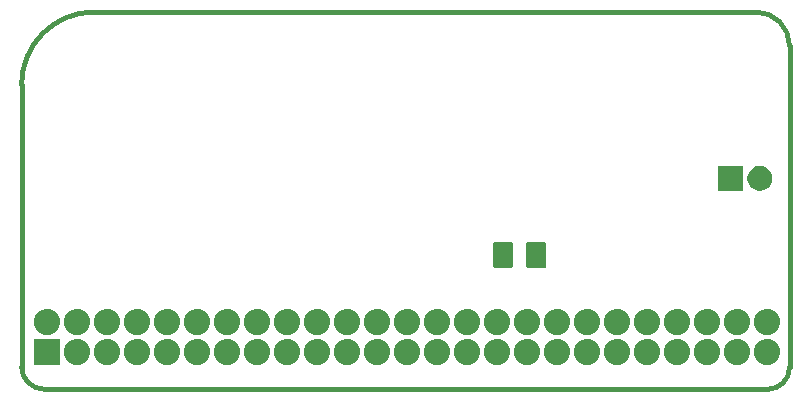
<source format=gbs>
G04 #@! TF.GenerationSoftware,KiCad,Pcbnew,5.0.2+dfsg1-1*
G04 #@! TF.CreationDate,2021-03-03T18:09:01+01:00*
G04 #@! TF.ProjectId,nova,6e6f7661-2e6b-4696-9361-645f70636258,2020*
G04 #@! TF.SameCoordinates,Original*
G04 #@! TF.FileFunction,Soldermask,Bot*
G04 #@! TF.FilePolarity,Negative*
%FSLAX46Y46*%
G04 Gerber Fmt 4.6, Leading zero omitted, Abs format (unit mm)*
G04 Created by KiCad (PCBNEW 5.0.2+dfsg1-1) date mer. 03 mars 2021 18:09:01 CET*
%MOMM*%
%LPD*%
G01*
G04 APERTURE LIST*
%ADD10C,0.381000*%
%ADD11C,0.150000*%
G04 APERTURE END LIST*
D10*
X112014000Y-68262500D02*
G75*
G02X110172500Y-70104000I-1841500J0D01*
G01*
X48895000Y-70104000D02*
G75*
G02X46990000Y-68199000I0J1905000D01*
G01*
X109156500Y-38163500D02*
G75*
G02X112014000Y-41021000I0J-2857500D01*
G01*
X46990000Y-44323000D02*
G75*
G02X53149500Y-38163500I6159500J0D01*
G01*
X110172500Y-70104000D02*
X48895000Y-70104000D01*
X112014000Y-41021000D02*
X112014000Y-68262500D01*
X53149500Y-38163500D02*
X109156500Y-38163500D01*
X46990000Y-68199000D02*
X46990000Y-44323000D01*
D11*
G36*
X50253000Y-68033000D02*
X48045000Y-68033000D01*
X48045000Y-65825000D01*
X50253000Y-65825000D01*
X50253000Y-68033000D01*
X50253000Y-68033000D01*
G37*
G36*
X79845423Y-65840974D02*
X80053526Y-65904102D01*
X80245313Y-66006614D01*
X80413423Y-66144577D01*
X80551386Y-66312687D01*
X80653898Y-66504474D01*
X80717026Y-66712577D01*
X80738341Y-66929000D01*
X80717026Y-67145423D01*
X80653898Y-67353526D01*
X80551386Y-67545313D01*
X80413423Y-67713423D01*
X80245313Y-67851386D01*
X80053526Y-67953898D01*
X79845423Y-68017026D01*
X79683231Y-68033000D01*
X79574769Y-68033000D01*
X79412577Y-68017026D01*
X79204474Y-67953898D01*
X79012687Y-67851386D01*
X78844577Y-67713423D01*
X78706614Y-67545313D01*
X78604102Y-67353526D01*
X78540974Y-67145423D01*
X78519659Y-66929000D01*
X78540974Y-66712577D01*
X78604102Y-66504474D01*
X78706614Y-66312687D01*
X78844577Y-66144577D01*
X79012687Y-66006614D01*
X79204474Y-65904102D01*
X79412577Y-65840974D01*
X79574769Y-65825000D01*
X79683231Y-65825000D01*
X79845423Y-65840974D01*
X79845423Y-65840974D01*
G37*
G36*
X110325423Y-65840974D02*
X110533526Y-65904102D01*
X110725313Y-66006614D01*
X110893423Y-66144577D01*
X111031386Y-66312687D01*
X111133898Y-66504474D01*
X111197026Y-66712577D01*
X111218341Y-66929000D01*
X111197026Y-67145423D01*
X111133898Y-67353526D01*
X111031386Y-67545313D01*
X110893423Y-67713423D01*
X110725313Y-67851386D01*
X110533526Y-67953898D01*
X110325423Y-68017026D01*
X110163231Y-68033000D01*
X110054769Y-68033000D01*
X109892577Y-68017026D01*
X109684474Y-67953898D01*
X109492687Y-67851386D01*
X109324577Y-67713423D01*
X109186614Y-67545313D01*
X109084102Y-67353526D01*
X109020974Y-67145423D01*
X108999659Y-66929000D01*
X109020974Y-66712577D01*
X109084102Y-66504474D01*
X109186614Y-66312687D01*
X109324577Y-66144577D01*
X109492687Y-66006614D01*
X109684474Y-65904102D01*
X109892577Y-65840974D01*
X110054769Y-65825000D01*
X110163231Y-65825000D01*
X110325423Y-65840974D01*
X110325423Y-65840974D01*
G37*
G36*
X105245423Y-65840974D02*
X105453526Y-65904102D01*
X105645313Y-66006614D01*
X105813423Y-66144577D01*
X105951386Y-66312687D01*
X106053898Y-66504474D01*
X106117026Y-66712577D01*
X106138341Y-66929000D01*
X106117026Y-67145423D01*
X106053898Y-67353526D01*
X105951386Y-67545313D01*
X105813423Y-67713423D01*
X105645313Y-67851386D01*
X105453526Y-67953898D01*
X105245423Y-68017026D01*
X105083231Y-68033000D01*
X104974769Y-68033000D01*
X104812577Y-68017026D01*
X104604474Y-67953898D01*
X104412687Y-67851386D01*
X104244577Y-67713423D01*
X104106614Y-67545313D01*
X104004102Y-67353526D01*
X103940974Y-67145423D01*
X103919659Y-66929000D01*
X103940974Y-66712577D01*
X104004102Y-66504474D01*
X104106614Y-66312687D01*
X104244577Y-66144577D01*
X104412687Y-66006614D01*
X104604474Y-65904102D01*
X104812577Y-65840974D01*
X104974769Y-65825000D01*
X105083231Y-65825000D01*
X105245423Y-65840974D01*
X105245423Y-65840974D01*
G37*
G36*
X102705423Y-65840974D02*
X102913526Y-65904102D01*
X103105313Y-66006614D01*
X103273423Y-66144577D01*
X103411386Y-66312687D01*
X103513898Y-66504474D01*
X103577026Y-66712577D01*
X103598341Y-66929000D01*
X103577026Y-67145423D01*
X103513898Y-67353526D01*
X103411386Y-67545313D01*
X103273423Y-67713423D01*
X103105313Y-67851386D01*
X102913526Y-67953898D01*
X102705423Y-68017026D01*
X102543231Y-68033000D01*
X102434769Y-68033000D01*
X102272577Y-68017026D01*
X102064474Y-67953898D01*
X101872687Y-67851386D01*
X101704577Y-67713423D01*
X101566614Y-67545313D01*
X101464102Y-67353526D01*
X101400974Y-67145423D01*
X101379659Y-66929000D01*
X101400974Y-66712577D01*
X101464102Y-66504474D01*
X101566614Y-66312687D01*
X101704577Y-66144577D01*
X101872687Y-66006614D01*
X102064474Y-65904102D01*
X102272577Y-65840974D01*
X102434769Y-65825000D01*
X102543231Y-65825000D01*
X102705423Y-65840974D01*
X102705423Y-65840974D01*
G37*
G36*
X100165423Y-65840974D02*
X100373526Y-65904102D01*
X100565313Y-66006614D01*
X100733423Y-66144577D01*
X100871386Y-66312687D01*
X100973898Y-66504474D01*
X101037026Y-66712577D01*
X101058341Y-66929000D01*
X101037026Y-67145423D01*
X100973898Y-67353526D01*
X100871386Y-67545313D01*
X100733423Y-67713423D01*
X100565313Y-67851386D01*
X100373526Y-67953898D01*
X100165423Y-68017026D01*
X100003231Y-68033000D01*
X99894769Y-68033000D01*
X99732577Y-68017026D01*
X99524474Y-67953898D01*
X99332687Y-67851386D01*
X99164577Y-67713423D01*
X99026614Y-67545313D01*
X98924102Y-67353526D01*
X98860974Y-67145423D01*
X98839659Y-66929000D01*
X98860974Y-66712577D01*
X98924102Y-66504474D01*
X99026614Y-66312687D01*
X99164577Y-66144577D01*
X99332687Y-66006614D01*
X99524474Y-65904102D01*
X99732577Y-65840974D01*
X99894769Y-65825000D01*
X100003231Y-65825000D01*
X100165423Y-65840974D01*
X100165423Y-65840974D01*
G37*
G36*
X97625423Y-65840974D02*
X97833526Y-65904102D01*
X98025313Y-66006614D01*
X98193423Y-66144577D01*
X98331386Y-66312687D01*
X98433898Y-66504474D01*
X98497026Y-66712577D01*
X98518341Y-66929000D01*
X98497026Y-67145423D01*
X98433898Y-67353526D01*
X98331386Y-67545313D01*
X98193423Y-67713423D01*
X98025313Y-67851386D01*
X97833526Y-67953898D01*
X97625423Y-68017026D01*
X97463231Y-68033000D01*
X97354769Y-68033000D01*
X97192577Y-68017026D01*
X96984474Y-67953898D01*
X96792687Y-67851386D01*
X96624577Y-67713423D01*
X96486614Y-67545313D01*
X96384102Y-67353526D01*
X96320974Y-67145423D01*
X96299659Y-66929000D01*
X96320974Y-66712577D01*
X96384102Y-66504474D01*
X96486614Y-66312687D01*
X96624577Y-66144577D01*
X96792687Y-66006614D01*
X96984474Y-65904102D01*
X97192577Y-65840974D01*
X97354769Y-65825000D01*
X97463231Y-65825000D01*
X97625423Y-65840974D01*
X97625423Y-65840974D01*
G37*
G36*
X95085423Y-65840974D02*
X95293526Y-65904102D01*
X95485313Y-66006614D01*
X95653423Y-66144577D01*
X95791386Y-66312687D01*
X95893898Y-66504474D01*
X95957026Y-66712577D01*
X95978341Y-66929000D01*
X95957026Y-67145423D01*
X95893898Y-67353526D01*
X95791386Y-67545313D01*
X95653423Y-67713423D01*
X95485313Y-67851386D01*
X95293526Y-67953898D01*
X95085423Y-68017026D01*
X94923231Y-68033000D01*
X94814769Y-68033000D01*
X94652577Y-68017026D01*
X94444474Y-67953898D01*
X94252687Y-67851386D01*
X94084577Y-67713423D01*
X93946614Y-67545313D01*
X93844102Y-67353526D01*
X93780974Y-67145423D01*
X93759659Y-66929000D01*
X93780974Y-66712577D01*
X93844102Y-66504474D01*
X93946614Y-66312687D01*
X94084577Y-66144577D01*
X94252687Y-66006614D01*
X94444474Y-65904102D01*
X94652577Y-65840974D01*
X94814769Y-65825000D01*
X94923231Y-65825000D01*
X95085423Y-65840974D01*
X95085423Y-65840974D01*
G37*
G36*
X92545423Y-65840974D02*
X92753526Y-65904102D01*
X92945313Y-66006614D01*
X93113423Y-66144577D01*
X93251386Y-66312687D01*
X93353898Y-66504474D01*
X93417026Y-66712577D01*
X93438341Y-66929000D01*
X93417026Y-67145423D01*
X93353898Y-67353526D01*
X93251386Y-67545313D01*
X93113423Y-67713423D01*
X92945313Y-67851386D01*
X92753526Y-67953898D01*
X92545423Y-68017026D01*
X92383231Y-68033000D01*
X92274769Y-68033000D01*
X92112577Y-68017026D01*
X91904474Y-67953898D01*
X91712687Y-67851386D01*
X91544577Y-67713423D01*
X91406614Y-67545313D01*
X91304102Y-67353526D01*
X91240974Y-67145423D01*
X91219659Y-66929000D01*
X91240974Y-66712577D01*
X91304102Y-66504474D01*
X91406614Y-66312687D01*
X91544577Y-66144577D01*
X91712687Y-66006614D01*
X91904474Y-65904102D01*
X92112577Y-65840974D01*
X92274769Y-65825000D01*
X92383231Y-65825000D01*
X92545423Y-65840974D01*
X92545423Y-65840974D01*
G37*
G36*
X90005423Y-65840974D02*
X90213526Y-65904102D01*
X90405313Y-66006614D01*
X90573423Y-66144577D01*
X90711386Y-66312687D01*
X90813898Y-66504474D01*
X90877026Y-66712577D01*
X90898341Y-66929000D01*
X90877026Y-67145423D01*
X90813898Y-67353526D01*
X90711386Y-67545313D01*
X90573423Y-67713423D01*
X90405313Y-67851386D01*
X90213526Y-67953898D01*
X90005423Y-68017026D01*
X89843231Y-68033000D01*
X89734769Y-68033000D01*
X89572577Y-68017026D01*
X89364474Y-67953898D01*
X89172687Y-67851386D01*
X89004577Y-67713423D01*
X88866614Y-67545313D01*
X88764102Y-67353526D01*
X88700974Y-67145423D01*
X88679659Y-66929000D01*
X88700974Y-66712577D01*
X88764102Y-66504474D01*
X88866614Y-66312687D01*
X89004577Y-66144577D01*
X89172687Y-66006614D01*
X89364474Y-65904102D01*
X89572577Y-65840974D01*
X89734769Y-65825000D01*
X89843231Y-65825000D01*
X90005423Y-65840974D01*
X90005423Y-65840974D01*
G37*
G36*
X87465423Y-65840974D02*
X87673526Y-65904102D01*
X87865313Y-66006614D01*
X88033423Y-66144577D01*
X88171386Y-66312687D01*
X88273898Y-66504474D01*
X88337026Y-66712577D01*
X88358341Y-66929000D01*
X88337026Y-67145423D01*
X88273898Y-67353526D01*
X88171386Y-67545313D01*
X88033423Y-67713423D01*
X87865313Y-67851386D01*
X87673526Y-67953898D01*
X87465423Y-68017026D01*
X87303231Y-68033000D01*
X87194769Y-68033000D01*
X87032577Y-68017026D01*
X86824474Y-67953898D01*
X86632687Y-67851386D01*
X86464577Y-67713423D01*
X86326614Y-67545313D01*
X86224102Y-67353526D01*
X86160974Y-67145423D01*
X86139659Y-66929000D01*
X86160974Y-66712577D01*
X86224102Y-66504474D01*
X86326614Y-66312687D01*
X86464577Y-66144577D01*
X86632687Y-66006614D01*
X86824474Y-65904102D01*
X87032577Y-65840974D01*
X87194769Y-65825000D01*
X87303231Y-65825000D01*
X87465423Y-65840974D01*
X87465423Y-65840974D01*
G37*
G36*
X84925423Y-65840974D02*
X85133526Y-65904102D01*
X85325313Y-66006614D01*
X85493423Y-66144577D01*
X85631386Y-66312687D01*
X85733898Y-66504474D01*
X85797026Y-66712577D01*
X85818341Y-66929000D01*
X85797026Y-67145423D01*
X85733898Y-67353526D01*
X85631386Y-67545313D01*
X85493423Y-67713423D01*
X85325313Y-67851386D01*
X85133526Y-67953898D01*
X84925423Y-68017026D01*
X84763231Y-68033000D01*
X84654769Y-68033000D01*
X84492577Y-68017026D01*
X84284474Y-67953898D01*
X84092687Y-67851386D01*
X83924577Y-67713423D01*
X83786614Y-67545313D01*
X83684102Y-67353526D01*
X83620974Y-67145423D01*
X83599659Y-66929000D01*
X83620974Y-66712577D01*
X83684102Y-66504474D01*
X83786614Y-66312687D01*
X83924577Y-66144577D01*
X84092687Y-66006614D01*
X84284474Y-65904102D01*
X84492577Y-65840974D01*
X84654769Y-65825000D01*
X84763231Y-65825000D01*
X84925423Y-65840974D01*
X84925423Y-65840974D01*
G37*
G36*
X82385423Y-65840974D02*
X82593526Y-65904102D01*
X82785313Y-66006614D01*
X82953423Y-66144577D01*
X83091386Y-66312687D01*
X83193898Y-66504474D01*
X83257026Y-66712577D01*
X83278341Y-66929000D01*
X83257026Y-67145423D01*
X83193898Y-67353526D01*
X83091386Y-67545313D01*
X82953423Y-67713423D01*
X82785313Y-67851386D01*
X82593526Y-67953898D01*
X82385423Y-68017026D01*
X82223231Y-68033000D01*
X82114769Y-68033000D01*
X81952577Y-68017026D01*
X81744474Y-67953898D01*
X81552687Y-67851386D01*
X81384577Y-67713423D01*
X81246614Y-67545313D01*
X81144102Y-67353526D01*
X81080974Y-67145423D01*
X81059659Y-66929000D01*
X81080974Y-66712577D01*
X81144102Y-66504474D01*
X81246614Y-66312687D01*
X81384577Y-66144577D01*
X81552687Y-66006614D01*
X81744474Y-65904102D01*
X81952577Y-65840974D01*
X82114769Y-65825000D01*
X82223231Y-65825000D01*
X82385423Y-65840974D01*
X82385423Y-65840974D01*
G37*
G36*
X77305423Y-65840974D02*
X77513526Y-65904102D01*
X77705313Y-66006614D01*
X77873423Y-66144577D01*
X78011386Y-66312687D01*
X78113898Y-66504474D01*
X78177026Y-66712577D01*
X78198341Y-66929000D01*
X78177026Y-67145423D01*
X78113898Y-67353526D01*
X78011386Y-67545313D01*
X77873423Y-67713423D01*
X77705313Y-67851386D01*
X77513526Y-67953898D01*
X77305423Y-68017026D01*
X77143231Y-68033000D01*
X77034769Y-68033000D01*
X76872577Y-68017026D01*
X76664474Y-67953898D01*
X76472687Y-67851386D01*
X76304577Y-67713423D01*
X76166614Y-67545313D01*
X76064102Y-67353526D01*
X76000974Y-67145423D01*
X75979659Y-66929000D01*
X76000974Y-66712577D01*
X76064102Y-66504474D01*
X76166614Y-66312687D01*
X76304577Y-66144577D01*
X76472687Y-66006614D01*
X76664474Y-65904102D01*
X76872577Y-65840974D01*
X77034769Y-65825000D01*
X77143231Y-65825000D01*
X77305423Y-65840974D01*
X77305423Y-65840974D01*
G37*
G36*
X107785423Y-65840974D02*
X107993526Y-65904102D01*
X108185313Y-66006614D01*
X108353423Y-66144577D01*
X108491386Y-66312687D01*
X108593898Y-66504474D01*
X108657026Y-66712577D01*
X108678341Y-66929000D01*
X108657026Y-67145423D01*
X108593898Y-67353526D01*
X108491386Y-67545313D01*
X108353423Y-67713423D01*
X108185313Y-67851386D01*
X107993526Y-67953898D01*
X107785423Y-68017026D01*
X107623231Y-68033000D01*
X107514769Y-68033000D01*
X107352577Y-68017026D01*
X107144474Y-67953898D01*
X106952687Y-67851386D01*
X106784577Y-67713423D01*
X106646614Y-67545313D01*
X106544102Y-67353526D01*
X106480974Y-67145423D01*
X106459659Y-66929000D01*
X106480974Y-66712577D01*
X106544102Y-66504474D01*
X106646614Y-66312687D01*
X106784577Y-66144577D01*
X106952687Y-66006614D01*
X107144474Y-65904102D01*
X107352577Y-65840974D01*
X107514769Y-65825000D01*
X107623231Y-65825000D01*
X107785423Y-65840974D01*
X107785423Y-65840974D01*
G37*
G36*
X51905423Y-65840974D02*
X52113526Y-65904102D01*
X52305313Y-66006614D01*
X52473423Y-66144577D01*
X52611386Y-66312687D01*
X52713898Y-66504474D01*
X52777026Y-66712577D01*
X52798341Y-66929000D01*
X52777026Y-67145423D01*
X52713898Y-67353526D01*
X52611386Y-67545313D01*
X52473423Y-67713423D01*
X52305313Y-67851386D01*
X52113526Y-67953898D01*
X51905423Y-68017026D01*
X51743231Y-68033000D01*
X51634769Y-68033000D01*
X51472577Y-68017026D01*
X51264474Y-67953898D01*
X51072687Y-67851386D01*
X50904577Y-67713423D01*
X50766614Y-67545313D01*
X50664102Y-67353526D01*
X50600974Y-67145423D01*
X50579659Y-66929000D01*
X50600974Y-66712577D01*
X50664102Y-66504474D01*
X50766614Y-66312687D01*
X50904577Y-66144577D01*
X51072687Y-66006614D01*
X51264474Y-65904102D01*
X51472577Y-65840974D01*
X51634769Y-65825000D01*
X51743231Y-65825000D01*
X51905423Y-65840974D01*
X51905423Y-65840974D01*
G37*
G36*
X54445423Y-65840974D02*
X54653526Y-65904102D01*
X54845313Y-66006614D01*
X55013423Y-66144577D01*
X55151386Y-66312687D01*
X55253898Y-66504474D01*
X55317026Y-66712577D01*
X55338341Y-66929000D01*
X55317026Y-67145423D01*
X55253898Y-67353526D01*
X55151386Y-67545313D01*
X55013423Y-67713423D01*
X54845313Y-67851386D01*
X54653526Y-67953898D01*
X54445423Y-68017026D01*
X54283231Y-68033000D01*
X54174769Y-68033000D01*
X54012577Y-68017026D01*
X53804474Y-67953898D01*
X53612687Y-67851386D01*
X53444577Y-67713423D01*
X53306614Y-67545313D01*
X53204102Y-67353526D01*
X53140974Y-67145423D01*
X53119659Y-66929000D01*
X53140974Y-66712577D01*
X53204102Y-66504474D01*
X53306614Y-66312687D01*
X53444577Y-66144577D01*
X53612687Y-66006614D01*
X53804474Y-65904102D01*
X54012577Y-65840974D01*
X54174769Y-65825000D01*
X54283231Y-65825000D01*
X54445423Y-65840974D01*
X54445423Y-65840974D01*
G37*
G36*
X56985423Y-65840974D02*
X57193526Y-65904102D01*
X57385313Y-66006614D01*
X57553423Y-66144577D01*
X57691386Y-66312687D01*
X57793898Y-66504474D01*
X57857026Y-66712577D01*
X57878341Y-66929000D01*
X57857026Y-67145423D01*
X57793898Y-67353526D01*
X57691386Y-67545313D01*
X57553423Y-67713423D01*
X57385313Y-67851386D01*
X57193526Y-67953898D01*
X56985423Y-68017026D01*
X56823231Y-68033000D01*
X56714769Y-68033000D01*
X56552577Y-68017026D01*
X56344474Y-67953898D01*
X56152687Y-67851386D01*
X55984577Y-67713423D01*
X55846614Y-67545313D01*
X55744102Y-67353526D01*
X55680974Y-67145423D01*
X55659659Y-66929000D01*
X55680974Y-66712577D01*
X55744102Y-66504474D01*
X55846614Y-66312687D01*
X55984577Y-66144577D01*
X56152687Y-66006614D01*
X56344474Y-65904102D01*
X56552577Y-65840974D01*
X56714769Y-65825000D01*
X56823231Y-65825000D01*
X56985423Y-65840974D01*
X56985423Y-65840974D01*
G37*
G36*
X59525423Y-65840974D02*
X59733526Y-65904102D01*
X59925313Y-66006614D01*
X60093423Y-66144577D01*
X60231386Y-66312687D01*
X60333898Y-66504474D01*
X60397026Y-66712577D01*
X60418341Y-66929000D01*
X60397026Y-67145423D01*
X60333898Y-67353526D01*
X60231386Y-67545313D01*
X60093423Y-67713423D01*
X59925313Y-67851386D01*
X59733526Y-67953898D01*
X59525423Y-68017026D01*
X59363231Y-68033000D01*
X59254769Y-68033000D01*
X59092577Y-68017026D01*
X58884474Y-67953898D01*
X58692687Y-67851386D01*
X58524577Y-67713423D01*
X58386614Y-67545313D01*
X58284102Y-67353526D01*
X58220974Y-67145423D01*
X58199659Y-66929000D01*
X58220974Y-66712577D01*
X58284102Y-66504474D01*
X58386614Y-66312687D01*
X58524577Y-66144577D01*
X58692687Y-66006614D01*
X58884474Y-65904102D01*
X59092577Y-65840974D01*
X59254769Y-65825000D01*
X59363231Y-65825000D01*
X59525423Y-65840974D01*
X59525423Y-65840974D01*
G37*
G36*
X62065423Y-65840974D02*
X62273526Y-65904102D01*
X62465313Y-66006614D01*
X62633423Y-66144577D01*
X62771386Y-66312687D01*
X62873898Y-66504474D01*
X62937026Y-66712577D01*
X62958341Y-66929000D01*
X62937026Y-67145423D01*
X62873898Y-67353526D01*
X62771386Y-67545313D01*
X62633423Y-67713423D01*
X62465313Y-67851386D01*
X62273526Y-67953898D01*
X62065423Y-68017026D01*
X61903231Y-68033000D01*
X61794769Y-68033000D01*
X61632577Y-68017026D01*
X61424474Y-67953898D01*
X61232687Y-67851386D01*
X61064577Y-67713423D01*
X60926614Y-67545313D01*
X60824102Y-67353526D01*
X60760974Y-67145423D01*
X60739659Y-66929000D01*
X60760974Y-66712577D01*
X60824102Y-66504474D01*
X60926614Y-66312687D01*
X61064577Y-66144577D01*
X61232687Y-66006614D01*
X61424474Y-65904102D01*
X61632577Y-65840974D01*
X61794769Y-65825000D01*
X61903231Y-65825000D01*
X62065423Y-65840974D01*
X62065423Y-65840974D01*
G37*
G36*
X64605423Y-65840974D02*
X64813526Y-65904102D01*
X65005313Y-66006614D01*
X65173423Y-66144577D01*
X65311386Y-66312687D01*
X65413898Y-66504474D01*
X65477026Y-66712577D01*
X65498341Y-66929000D01*
X65477026Y-67145423D01*
X65413898Y-67353526D01*
X65311386Y-67545313D01*
X65173423Y-67713423D01*
X65005313Y-67851386D01*
X64813526Y-67953898D01*
X64605423Y-68017026D01*
X64443231Y-68033000D01*
X64334769Y-68033000D01*
X64172577Y-68017026D01*
X63964474Y-67953898D01*
X63772687Y-67851386D01*
X63604577Y-67713423D01*
X63466614Y-67545313D01*
X63364102Y-67353526D01*
X63300974Y-67145423D01*
X63279659Y-66929000D01*
X63300974Y-66712577D01*
X63364102Y-66504474D01*
X63466614Y-66312687D01*
X63604577Y-66144577D01*
X63772687Y-66006614D01*
X63964474Y-65904102D01*
X64172577Y-65840974D01*
X64334769Y-65825000D01*
X64443231Y-65825000D01*
X64605423Y-65840974D01*
X64605423Y-65840974D01*
G37*
G36*
X67145423Y-65840974D02*
X67353526Y-65904102D01*
X67545313Y-66006614D01*
X67713423Y-66144577D01*
X67851386Y-66312687D01*
X67953898Y-66504474D01*
X68017026Y-66712577D01*
X68038341Y-66929000D01*
X68017026Y-67145423D01*
X67953898Y-67353526D01*
X67851386Y-67545313D01*
X67713423Y-67713423D01*
X67545313Y-67851386D01*
X67353526Y-67953898D01*
X67145423Y-68017026D01*
X66983231Y-68033000D01*
X66874769Y-68033000D01*
X66712577Y-68017026D01*
X66504474Y-67953898D01*
X66312687Y-67851386D01*
X66144577Y-67713423D01*
X66006614Y-67545313D01*
X65904102Y-67353526D01*
X65840974Y-67145423D01*
X65819659Y-66929000D01*
X65840974Y-66712577D01*
X65904102Y-66504474D01*
X66006614Y-66312687D01*
X66144577Y-66144577D01*
X66312687Y-66006614D01*
X66504474Y-65904102D01*
X66712577Y-65840974D01*
X66874769Y-65825000D01*
X66983231Y-65825000D01*
X67145423Y-65840974D01*
X67145423Y-65840974D01*
G37*
G36*
X69685423Y-65840974D02*
X69893526Y-65904102D01*
X70085313Y-66006614D01*
X70253423Y-66144577D01*
X70391386Y-66312687D01*
X70493898Y-66504474D01*
X70557026Y-66712577D01*
X70578341Y-66929000D01*
X70557026Y-67145423D01*
X70493898Y-67353526D01*
X70391386Y-67545313D01*
X70253423Y-67713423D01*
X70085313Y-67851386D01*
X69893526Y-67953898D01*
X69685423Y-68017026D01*
X69523231Y-68033000D01*
X69414769Y-68033000D01*
X69252577Y-68017026D01*
X69044474Y-67953898D01*
X68852687Y-67851386D01*
X68684577Y-67713423D01*
X68546614Y-67545313D01*
X68444102Y-67353526D01*
X68380974Y-67145423D01*
X68359659Y-66929000D01*
X68380974Y-66712577D01*
X68444102Y-66504474D01*
X68546614Y-66312687D01*
X68684577Y-66144577D01*
X68852687Y-66006614D01*
X69044474Y-65904102D01*
X69252577Y-65840974D01*
X69414769Y-65825000D01*
X69523231Y-65825000D01*
X69685423Y-65840974D01*
X69685423Y-65840974D01*
G37*
G36*
X72225423Y-65840974D02*
X72433526Y-65904102D01*
X72625313Y-66006614D01*
X72793423Y-66144577D01*
X72931386Y-66312687D01*
X73033898Y-66504474D01*
X73097026Y-66712577D01*
X73118341Y-66929000D01*
X73097026Y-67145423D01*
X73033898Y-67353526D01*
X72931386Y-67545313D01*
X72793423Y-67713423D01*
X72625313Y-67851386D01*
X72433526Y-67953898D01*
X72225423Y-68017026D01*
X72063231Y-68033000D01*
X71954769Y-68033000D01*
X71792577Y-68017026D01*
X71584474Y-67953898D01*
X71392687Y-67851386D01*
X71224577Y-67713423D01*
X71086614Y-67545313D01*
X70984102Y-67353526D01*
X70920974Y-67145423D01*
X70899659Y-66929000D01*
X70920974Y-66712577D01*
X70984102Y-66504474D01*
X71086614Y-66312687D01*
X71224577Y-66144577D01*
X71392687Y-66006614D01*
X71584474Y-65904102D01*
X71792577Y-65840974D01*
X71954769Y-65825000D01*
X72063231Y-65825000D01*
X72225423Y-65840974D01*
X72225423Y-65840974D01*
G37*
G36*
X74765423Y-65840974D02*
X74973526Y-65904102D01*
X75165313Y-66006614D01*
X75333423Y-66144577D01*
X75471386Y-66312687D01*
X75573898Y-66504474D01*
X75637026Y-66712577D01*
X75658341Y-66929000D01*
X75637026Y-67145423D01*
X75573898Y-67353526D01*
X75471386Y-67545313D01*
X75333423Y-67713423D01*
X75165313Y-67851386D01*
X74973526Y-67953898D01*
X74765423Y-68017026D01*
X74603231Y-68033000D01*
X74494769Y-68033000D01*
X74332577Y-68017026D01*
X74124474Y-67953898D01*
X73932687Y-67851386D01*
X73764577Y-67713423D01*
X73626614Y-67545313D01*
X73524102Y-67353526D01*
X73460974Y-67145423D01*
X73439659Y-66929000D01*
X73460974Y-66712577D01*
X73524102Y-66504474D01*
X73626614Y-66312687D01*
X73764577Y-66144577D01*
X73932687Y-66006614D01*
X74124474Y-65904102D01*
X74332577Y-65840974D01*
X74494769Y-65825000D01*
X74603231Y-65825000D01*
X74765423Y-65840974D01*
X74765423Y-65840974D01*
G37*
G36*
X97625423Y-63300974D02*
X97833526Y-63364102D01*
X98025313Y-63466614D01*
X98193423Y-63604577D01*
X98331386Y-63772687D01*
X98433898Y-63964474D01*
X98497026Y-64172577D01*
X98518341Y-64389000D01*
X98497026Y-64605423D01*
X98433898Y-64813526D01*
X98331386Y-65005313D01*
X98193423Y-65173423D01*
X98025313Y-65311386D01*
X97833526Y-65413898D01*
X97625423Y-65477026D01*
X97463231Y-65493000D01*
X97354769Y-65493000D01*
X97192577Y-65477026D01*
X96984474Y-65413898D01*
X96792687Y-65311386D01*
X96624577Y-65173423D01*
X96486614Y-65005313D01*
X96384102Y-64813526D01*
X96320974Y-64605423D01*
X96299659Y-64389000D01*
X96320974Y-64172577D01*
X96384102Y-63964474D01*
X96486614Y-63772687D01*
X96624577Y-63604577D01*
X96792687Y-63466614D01*
X96984474Y-63364102D01*
X97192577Y-63300974D01*
X97354769Y-63285000D01*
X97463231Y-63285000D01*
X97625423Y-63300974D01*
X97625423Y-63300974D01*
G37*
G36*
X100165423Y-63300974D02*
X100373526Y-63364102D01*
X100565313Y-63466614D01*
X100733423Y-63604577D01*
X100871386Y-63772687D01*
X100973898Y-63964474D01*
X101037026Y-64172577D01*
X101058341Y-64389000D01*
X101037026Y-64605423D01*
X100973898Y-64813526D01*
X100871386Y-65005313D01*
X100733423Y-65173423D01*
X100565313Y-65311386D01*
X100373526Y-65413898D01*
X100165423Y-65477026D01*
X100003231Y-65493000D01*
X99894769Y-65493000D01*
X99732577Y-65477026D01*
X99524474Y-65413898D01*
X99332687Y-65311386D01*
X99164577Y-65173423D01*
X99026614Y-65005313D01*
X98924102Y-64813526D01*
X98860974Y-64605423D01*
X98839659Y-64389000D01*
X98860974Y-64172577D01*
X98924102Y-63964474D01*
X99026614Y-63772687D01*
X99164577Y-63604577D01*
X99332687Y-63466614D01*
X99524474Y-63364102D01*
X99732577Y-63300974D01*
X99894769Y-63285000D01*
X100003231Y-63285000D01*
X100165423Y-63300974D01*
X100165423Y-63300974D01*
G37*
G36*
X102705423Y-63300974D02*
X102913526Y-63364102D01*
X103105313Y-63466614D01*
X103273423Y-63604577D01*
X103411386Y-63772687D01*
X103513898Y-63964474D01*
X103577026Y-64172577D01*
X103598341Y-64389000D01*
X103577026Y-64605423D01*
X103513898Y-64813526D01*
X103411386Y-65005313D01*
X103273423Y-65173423D01*
X103105313Y-65311386D01*
X102913526Y-65413898D01*
X102705423Y-65477026D01*
X102543231Y-65493000D01*
X102434769Y-65493000D01*
X102272577Y-65477026D01*
X102064474Y-65413898D01*
X101872687Y-65311386D01*
X101704577Y-65173423D01*
X101566614Y-65005313D01*
X101464102Y-64813526D01*
X101400974Y-64605423D01*
X101379659Y-64389000D01*
X101400974Y-64172577D01*
X101464102Y-63964474D01*
X101566614Y-63772687D01*
X101704577Y-63604577D01*
X101872687Y-63466614D01*
X102064474Y-63364102D01*
X102272577Y-63300974D01*
X102434769Y-63285000D01*
X102543231Y-63285000D01*
X102705423Y-63300974D01*
X102705423Y-63300974D01*
G37*
G36*
X107785423Y-63300974D02*
X107993526Y-63364102D01*
X108185313Y-63466614D01*
X108353423Y-63604577D01*
X108491386Y-63772687D01*
X108593898Y-63964474D01*
X108657026Y-64172577D01*
X108678341Y-64389000D01*
X108657026Y-64605423D01*
X108593898Y-64813526D01*
X108491386Y-65005313D01*
X108353423Y-65173423D01*
X108185313Y-65311386D01*
X107993526Y-65413898D01*
X107785423Y-65477026D01*
X107623231Y-65493000D01*
X107514769Y-65493000D01*
X107352577Y-65477026D01*
X107144474Y-65413898D01*
X106952687Y-65311386D01*
X106784577Y-65173423D01*
X106646614Y-65005313D01*
X106544102Y-64813526D01*
X106480974Y-64605423D01*
X106459659Y-64389000D01*
X106480974Y-64172577D01*
X106544102Y-63964474D01*
X106646614Y-63772687D01*
X106784577Y-63604577D01*
X106952687Y-63466614D01*
X107144474Y-63364102D01*
X107352577Y-63300974D01*
X107514769Y-63285000D01*
X107623231Y-63285000D01*
X107785423Y-63300974D01*
X107785423Y-63300974D01*
G37*
G36*
X110325423Y-63300974D02*
X110533526Y-63364102D01*
X110725313Y-63466614D01*
X110893423Y-63604577D01*
X111031386Y-63772687D01*
X111133898Y-63964474D01*
X111197026Y-64172577D01*
X111218341Y-64389000D01*
X111197026Y-64605423D01*
X111133898Y-64813526D01*
X111031386Y-65005313D01*
X110893423Y-65173423D01*
X110725313Y-65311386D01*
X110533526Y-65413898D01*
X110325423Y-65477026D01*
X110163231Y-65493000D01*
X110054769Y-65493000D01*
X109892577Y-65477026D01*
X109684474Y-65413898D01*
X109492687Y-65311386D01*
X109324577Y-65173423D01*
X109186614Y-65005313D01*
X109084102Y-64813526D01*
X109020974Y-64605423D01*
X108999659Y-64389000D01*
X109020974Y-64172577D01*
X109084102Y-63964474D01*
X109186614Y-63772687D01*
X109324577Y-63604577D01*
X109492687Y-63466614D01*
X109684474Y-63364102D01*
X109892577Y-63300974D01*
X110054769Y-63285000D01*
X110163231Y-63285000D01*
X110325423Y-63300974D01*
X110325423Y-63300974D01*
G37*
G36*
X64605423Y-63300974D02*
X64813526Y-63364102D01*
X65005313Y-63466614D01*
X65173423Y-63604577D01*
X65311386Y-63772687D01*
X65413898Y-63964474D01*
X65477026Y-64172577D01*
X65498341Y-64389000D01*
X65477026Y-64605423D01*
X65413898Y-64813526D01*
X65311386Y-65005313D01*
X65173423Y-65173423D01*
X65005313Y-65311386D01*
X64813526Y-65413898D01*
X64605423Y-65477026D01*
X64443231Y-65493000D01*
X64334769Y-65493000D01*
X64172577Y-65477026D01*
X63964474Y-65413898D01*
X63772687Y-65311386D01*
X63604577Y-65173423D01*
X63466614Y-65005313D01*
X63364102Y-64813526D01*
X63300974Y-64605423D01*
X63279659Y-64389000D01*
X63300974Y-64172577D01*
X63364102Y-63964474D01*
X63466614Y-63772687D01*
X63604577Y-63604577D01*
X63772687Y-63466614D01*
X63964474Y-63364102D01*
X64172577Y-63300974D01*
X64334769Y-63285000D01*
X64443231Y-63285000D01*
X64605423Y-63300974D01*
X64605423Y-63300974D01*
G37*
G36*
X62065423Y-63300974D02*
X62273526Y-63364102D01*
X62465313Y-63466614D01*
X62633423Y-63604577D01*
X62771386Y-63772687D01*
X62873898Y-63964474D01*
X62937026Y-64172577D01*
X62958341Y-64389000D01*
X62937026Y-64605423D01*
X62873898Y-64813526D01*
X62771386Y-65005313D01*
X62633423Y-65173423D01*
X62465313Y-65311386D01*
X62273526Y-65413898D01*
X62065423Y-65477026D01*
X61903231Y-65493000D01*
X61794769Y-65493000D01*
X61632577Y-65477026D01*
X61424474Y-65413898D01*
X61232687Y-65311386D01*
X61064577Y-65173423D01*
X60926614Y-65005313D01*
X60824102Y-64813526D01*
X60760974Y-64605423D01*
X60739659Y-64389000D01*
X60760974Y-64172577D01*
X60824102Y-63964474D01*
X60926614Y-63772687D01*
X61064577Y-63604577D01*
X61232687Y-63466614D01*
X61424474Y-63364102D01*
X61632577Y-63300974D01*
X61794769Y-63285000D01*
X61903231Y-63285000D01*
X62065423Y-63300974D01*
X62065423Y-63300974D01*
G37*
G36*
X59525423Y-63300974D02*
X59733526Y-63364102D01*
X59925313Y-63466614D01*
X60093423Y-63604577D01*
X60231386Y-63772687D01*
X60333898Y-63964474D01*
X60397026Y-64172577D01*
X60418341Y-64389000D01*
X60397026Y-64605423D01*
X60333898Y-64813526D01*
X60231386Y-65005313D01*
X60093423Y-65173423D01*
X59925313Y-65311386D01*
X59733526Y-65413898D01*
X59525423Y-65477026D01*
X59363231Y-65493000D01*
X59254769Y-65493000D01*
X59092577Y-65477026D01*
X58884474Y-65413898D01*
X58692687Y-65311386D01*
X58524577Y-65173423D01*
X58386614Y-65005313D01*
X58284102Y-64813526D01*
X58220974Y-64605423D01*
X58199659Y-64389000D01*
X58220974Y-64172577D01*
X58284102Y-63964474D01*
X58386614Y-63772687D01*
X58524577Y-63604577D01*
X58692687Y-63466614D01*
X58884474Y-63364102D01*
X59092577Y-63300974D01*
X59254769Y-63285000D01*
X59363231Y-63285000D01*
X59525423Y-63300974D01*
X59525423Y-63300974D01*
G37*
G36*
X56985423Y-63300974D02*
X57193526Y-63364102D01*
X57385313Y-63466614D01*
X57553423Y-63604577D01*
X57691386Y-63772687D01*
X57793898Y-63964474D01*
X57857026Y-64172577D01*
X57878341Y-64389000D01*
X57857026Y-64605423D01*
X57793898Y-64813526D01*
X57691386Y-65005313D01*
X57553423Y-65173423D01*
X57385313Y-65311386D01*
X57193526Y-65413898D01*
X56985423Y-65477026D01*
X56823231Y-65493000D01*
X56714769Y-65493000D01*
X56552577Y-65477026D01*
X56344474Y-65413898D01*
X56152687Y-65311386D01*
X55984577Y-65173423D01*
X55846614Y-65005313D01*
X55744102Y-64813526D01*
X55680974Y-64605423D01*
X55659659Y-64389000D01*
X55680974Y-64172577D01*
X55744102Y-63964474D01*
X55846614Y-63772687D01*
X55984577Y-63604577D01*
X56152687Y-63466614D01*
X56344474Y-63364102D01*
X56552577Y-63300974D01*
X56714769Y-63285000D01*
X56823231Y-63285000D01*
X56985423Y-63300974D01*
X56985423Y-63300974D01*
G37*
G36*
X54445423Y-63300974D02*
X54653526Y-63364102D01*
X54845313Y-63466614D01*
X55013423Y-63604577D01*
X55151386Y-63772687D01*
X55253898Y-63964474D01*
X55317026Y-64172577D01*
X55338341Y-64389000D01*
X55317026Y-64605423D01*
X55253898Y-64813526D01*
X55151386Y-65005313D01*
X55013423Y-65173423D01*
X54845313Y-65311386D01*
X54653526Y-65413898D01*
X54445423Y-65477026D01*
X54283231Y-65493000D01*
X54174769Y-65493000D01*
X54012577Y-65477026D01*
X53804474Y-65413898D01*
X53612687Y-65311386D01*
X53444577Y-65173423D01*
X53306614Y-65005313D01*
X53204102Y-64813526D01*
X53140974Y-64605423D01*
X53119659Y-64389000D01*
X53140974Y-64172577D01*
X53204102Y-63964474D01*
X53306614Y-63772687D01*
X53444577Y-63604577D01*
X53612687Y-63466614D01*
X53804474Y-63364102D01*
X54012577Y-63300974D01*
X54174769Y-63285000D01*
X54283231Y-63285000D01*
X54445423Y-63300974D01*
X54445423Y-63300974D01*
G37*
G36*
X72225423Y-63300974D02*
X72433526Y-63364102D01*
X72625313Y-63466614D01*
X72793423Y-63604577D01*
X72931386Y-63772687D01*
X73033898Y-63964474D01*
X73097026Y-64172577D01*
X73118341Y-64389000D01*
X73097026Y-64605423D01*
X73033898Y-64813526D01*
X72931386Y-65005313D01*
X72793423Y-65173423D01*
X72625313Y-65311386D01*
X72433526Y-65413898D01*
X72225423Y-65477026D01*
X72063231Y-65493000D01*
X71954769Y-65493000D01*
X71792577Y-65477026D01*
X71584474Y-65413898D01*
X71392687Y-65311386D01*
X71224577Y-65173423D01*
X71086614Y-65005313D01*
X70984102Y-64813526D01*
X70920974Y-64605423D01*
X70899659Y-64389000D01*
X70920974Y-64172577D01*
X70984102Y-63964474D01*
X71086614Y-63772687D01*
X71224577Y-63604577D01*
X71392687Y-63466614D01*
X71584474Y-63364102D01*
X71792577Y-63300974D01*
X71954769Y-63285000D01*
X72063231Y-63285000D01*
X72225423Y-63300974D01*
X72225423Y-63300974D01*
G37*
G36*
X51905423Y-63300974D02*
X52113526Y-63364102D01*
X52305313Y-63466614D01*
X52473423Y-63604577D01*
X52611386Y-63772687D01*
X52713898Y-63964474D01*
X52777026Y-64172577D01*
X52798341Y-64389000D01*
X52777026Y-64605423D01*
X52713898Y-64813526D01*
X52611386Y-65005313D01*
X52473423Y-65173423D01*
X52305313Y-65311386D01*
X52113526Y-65413898D01*
X51905423Y-65477026D01*
X51743231Y-65493000D01*
X51634769Y-65493000D01*
X51472577Y-65477026D01*
X51264474Y-65413898D01*
X51072687Y-65311386D01*
X50904577Y-65173423D01*
X50766614Y-65005313D01*
X50664102Y-64813526D01*
X50600974Y-64605423D01*
X50579659Y-64389000D01*
X50600974Y-64172577D01*
X50664102Y-63964474D01*
X50766614Y-63772687D01*
X50904577Y-63604577D01*
X51072687Y-63466614D01*
X51264474Y-63364102D01*
X51472577Y-63300974D01*
X51634769Y-63285000D01*
X51743231Y-63285000D01*
X51905423Y-63300974D01*
X51905423Y-63300974D01*
G37*
G36*
X49365423Y-63300974D02*
X49573526Y-63364102D01*
X49765313Y-63466614D01*
X49933423Y-63604577D01*
X50071386Y-63772687D01*
X50173898Y-63964474D01*
X50237026Y-64172577D01*
X50258341Y-64389000D01*
X50237026Y-64605423D01*
X50173898Y-64813526D01*
X50071386Y-65005313D01*
X49933423Y-65173423D01*
X49765313Y-65311386D01*
X49573526Y-65413898D01*
X49365423Y-65477026D01*
X49203231Y-65493000D01*
X49094769Y-65493000D01*
X48932577Y-65477026D01*
X48724474Y-65413898D01*
X48532687Y-65311386D01*
X48364577Y-65173423D01*
X48226614Y-65005313D01*
X48124102Y-64813526D01*
X48060974Y-64605423D01*
X48039659Y-64389000D01*
X48060974Y-64172577D01*
X48124102Y-63964474D01*
X48226614Y-63772687D01*
X48364577Y-63604577D01*
X48532687Y-63466614D01*
X48724474Y-63364102D01*
X48932577Y-63300974D01*
X49094769Y-63285000D01*
X49203231Y-63285000D01*
X49365423Y-63300974D01*
X49365423Y-63300974D01*
G37*
G36*
X95085423Y-63300974D02*
X95293526Y-63364102D01*
X95485313Y-63466614D01*
X95653423Y-63604577D01*
X95791386Y-63772687D01*
X95893898Y-63964474D01*
X95957026Y-64172577D01*
X95978341Y-64389000D01*
X95957026Y-64605423D01*
X95893898Y-64813526D01*
X95791386Y-65005313D01*
X95653423Y-65173423D01*
X95485313Y-65311386D01*
X95293526Y-65413898D01*
X95085423Y-65477026D01*
X94923231Y-65493000D01*
X94814769Y-65493000D01*
X94652577Y-65477026D01*
X94444474Y-65413898D01*
X94252687Y-65311386D01*
X94084577Y-65173423D01*
X93946614Y-65005313D01*
X93844102Y-64813526D01*
X93780974Y-64605423D01*
X93759659Y-64389000D01*
X93780974Y-64172577D01*
X93844102Y-63964474D01*
X93946614Y-63772687D01*
X94084577Y-63604577D01*
X94252687Y-63466614D01*
X94444474Y-63364102D01*
X94652577Y-63300974D01*
X94814769Y-63285000D01*
X94923231Y-63285000D01*
X95085423Y-63300974D01*
X95085423Y-63300974D01*
G37*
G36*
X92545423Y-63300974D02*
X92753526Y-63364102D01*
X92945313Y-63466614D01*
X93113423Y-63604577D01*
X93251386Y-63772687D01*
X93353898Y-63964474D01*
X93417026Y-64172577D01*
X93438341Y-64389000D01*
X93417026Y-64605423D01*
X93353898Y-64813526D01*
X93251386Y-65005313D01*
X93113423Y-65173423D01*
X92945313Y-65311386D01*
X92753526Y-65413898D01*
X92545423Y-65477026D01*
X92383231Y-65493000D01*
X92274769Y-65493000D01*
X92112577Y-65477026D01*
X91904474Y-65413898D01*
X91712687Y-65311386D01*
X91544577Y-65173423D01*
X91406614Y-65005313D01*
X91304102Y-64813526D01*
X91240974Y-64605423D01*
X91219659Y-64389000D01*
X91240974Y-64172577D01*
X91304102Y-63964474D01*
X91406614Y-63772687D01*
X91544577Y-63604577D01*
X91712687Y-63466614D01*
X91904474Y-63364102D01*
X92112577Y-63300974D01*
X92274769Y-63285000D01*
X92383231Y-63285000D01*
X92545423Y-63300974D01*
X92545423Y-63300974D01*
G37*
G36*
X90005423Y-63300974D02*
X90213526Y-63364102D01*
X90405313Y-63466614D01*
X90573423Y-63604577D01*
X90711386Y-63772687D01*
X90813898Y-63964474D01*
X90877026Y-64172577D01*
X90898341Y-64389000D01*
X90877026Y-64605423D01*
X90813898Y-64813526D01*
X90711386Y-65005313D01*
X90573423Y-65173423D01*
X90405313Y-65311386D01*
X90213526Y-65413898D01*
X90005423Y-65477026D01*
X89843231Y-65493000D01*
X89734769Y-65493000D01*
X89572577Y-65477026D01*
X89364474Y-65413898D01*
X89172687Y-65311386D01*
X89004577Y-65173423D01*
X88866614Y-65005313D01*
X88764102Y-64813526D01*
X88700974Y-64605423D01*
X88679659Y-64389000D01*
X88700974Y-64172577D01*
X88764102Y-63964474D01*
X88866614Y-63772687D01*
X89004577Y-63604577D01*
X89172687Y-63466614D01*
X89364474Y-63364102D01*
X89572577Y-63300974D01*
X89734769Y-63285000D01*
X89843231Y-63285000D01*
X90005423Y-63300974D01*
X90005423Y-63300974D01*
G37*
G36*
X87465423Y-63300974D02*
X87673526Y-63364102D01*
X87865313Y-63466614D01*
X88033423Y-63604577D01*
X88171386Y-63772687D01*
X88273898Y-63964474D01*
X88337026Y-64172577D01*
X88358341Y-64389000D01*
X88337026Y-64605423D01*
X88273898Y-64813526D01*
X88171386Y-65005313D01*
X88033423Y-65173423D01*
X87865313Y-65311386D01*
X87673526Y-65413898D01*
X87465423Y-65477026D01*
X87303231Y-65493000D01*
X87194769Y-65493000D01*
X87032577Y-65477026D01*
X86824474Y-65413898D01*
X86632687Y-65311386D01*
X86464577Y-65173423D01*
X86326614Y-65005313D01*
X86224102Y-64813526D01*
X86160974Y-64605423D01*
X86139659Y-64389000D01*
X86160974Y-64172577D01*
X86224102Y-63964474D01*
X86326614Y-63772687D01*
X86464577Y-63604577D01*
X86632687Y-63466614D01*
X86824474Y-63364102D01*
X87032577Y-63300974D01*
X87194769Y-63285000D01*
X87303231Y-63285000D01*
X87465423Y-63300974D01*
X87465423Y-63300974D01*
G37*
G36*
X105245423Y-63300974D02*
X105453526Y-63364102D01*
X105645313Y-63466614D01*
X105813423Y-63604577D01*
X105951386Y-63772687D01*
X106053898Y-63964474D01*
X106117026Y-64172577D01*
X106138341Y-64389000D01*
X106117026Y-64605423D01*
X106053898Y-64813526D01*
X105951386Y-65005313D01*
X105813423Y-65173423D01*
X105645313Y-65311386D01*
X105453526Y-65413898D01*
X105245423Y-65477026D01*
X105083231Y-65493000D01*
X104974769Y-65493000D01*
X104812577Y-65477026D01*
X104604474Y-65413898D01*
X104412687Y-65311386D01*
X104244577Y-65173423D01*
X104106614Y-65005313D01*
X104004102Y-64813526D01*
X103940974Y-64605423D01*
X103919659Y-64389000D01*
X103940974Y-64172577D01*
X104004102Y-63964474D01*
X104106614Y-63772687D01*
X104244577Y-63604577D01*
X104412687Y-63466614D01*
X104604474Y-63364102D01*
X104812577Y-63300974D01*
X104974769Y-63285000D01*
X105083231Y-63285000D01*
X105245423Y-63300974D01*
X105245423Y-63300974D01*
G37*
G36*
X82385423Y-63300974D02*
X82593526Y-63364102D01*
X82785313Y-63466614D01*
X82953423Y-63604577D01*
X83091386Y-63772687D01*
X83193898Y-63964474D01*
X83257026Y-64172577D01*
X83278341Y-64389000D01*
X83257026Y-64605423D01*
X83193898Y-64813526D01*
X83091386Y-65005313D01*
X82953423Y-65173423D01*
X82785313Y-65311386D01*
X82593526Y-65413898D01*
X82385423Y-65477026D01*
X82223231Y-65493000D01*
X82114769Y-65493000D01*
X81952577Y-65477026D01*
X81744474Y-65413898D01*
X81552687Y-65311386D01*
X81384577Y-65173423D01*
X81246614Y-65005313D01*
X81144102Y-64813526D01*
X81080974Y-64605423D01*
X81059659Y-64389000D01*
X81080974Y-64172577D01*
X81144102Y-63964474D01*
X81246614Y-63772687D01*
X81384577Y-63604577D01*
X81552687Y-63466614D01*
X81744474Y-63364102D01*
X81952577Y-63300974D01*
X82114769Y-63285000D01*
X82223231Y-63285000D01*
X82385423Y-63300974D01*
X82385423Y-63300974D01*
G37*
G36*
X79845423Y-63300974D02*
X80053526Y-63364102D01*
X80245313Y-63466614D01*
X80413423Y-63604577D01*
X80551386Y-63772687D01*
X80653898Y-63964474D01*
X80717026Y-64172577D01*
X80738341Y-64389000D01*
X80717026Y-64605423D01*
X80653898Y-64813526D01*
X80551386Y-65005313D01*
X80413423Y-65173423D01*
X80245313Y-65311386D01*
X80053526Y-65413898D01*
X79845423Y-65477026D01*
X79683231Y-65493000D01*
X79574769Y-65493000D01*
X79412577Y-65477026D01*
X79204474Y-65413898D01*
X79012687Y-65311386D01*
X78844577Y-65173423D01*
X78706614Y-65005313D01*
X78604102Y-64813526D01*
X78540974Y-64605423D01*
X78519659Y-64389000D01*
X78540974Y-64172577D01*
X78604102Y-63964474D01*
X78706614Y-63772687D01*
X78844577Y-63604577D01*
X79012687Y-63466614D01*
X79204474Y-63364102D01*
X79412577Y-63300974D01*
X79574769Y-63285000D01*
X79683231Y-63285000D01*
X79845423Y-63300974D01*
X79845423Y-63300974D01*
G37*
G36*
X77305423Y-63300974D02*
X77513526Y-63364102D01*
X77705313Y-63466614D01*
X77873423Y-63604577D01*
X78011386Y-63772687D01*
X78113898Y-63964474D01*
X78177026Y-64172577D01*
X78198341Y-64389000D01*
X78177026Y-64605423D01*
X78113898Y-64813526D01*
X78011386Y-65005313D01*
X77873423Y-65173423D01*
X77705313Y-65311386D01*
X77513526Y-65413898D01*
X77305423Y-65477026D01*
X77143231Y-65493000D01*
X77034769Y-65493000D01*
X76872577Y-65477026D01*
X76664474Y-65413898D01*
X76472687Y-65311386D01*
X76304577Y-65173423D01*
X76166614Y-65005313D01*
X76064102Y-64813526D01*
X76000974Y-64605423D01*
X75979659Y-64389000D01*
X76000974Y-64172577D01*
X76064102Y-63964474D01*
X76166614Y-63772687D01*
X76304577Y-63604577D01*
X76472687Y-63466614D01*
X76664474Y-63364102D01*
X76872577Y-63300974D01*
X77034769Y-63285000D01*
X77143231Y-63285000D01*
X77305423Y-63300974D01*
X77305423Y-63300974D01*
G37*
G36*
X74765423Y-63300974D02*
X74973526Y-63364102D01*
X75165313Y-63466614D01*
X75333423Y-63604577D01*
X75471386Y-63772687D01*
X75573898Y-63964474D01*
X75637026Y-64172577D01*
X75658341Y-64389000D01*
X75637026Y-64605423D01*
X75573898Y-64813526D01*
X75471386Y-65005313D01*
X75333423Y-65173423D01*
X75165313Y-65311386D01*
X74973526Y-65413898D01*
X74765423Y-65477026D01*
X74603231Y-65493000D01*
X74494769Y-65493000D01*
X74332577Y-65477026D01*
X74124474Y-65413898D01*
X73932687Y-65311386D01*
X73764577Y-65173423D01*
X73626614Y-65005313D01*
X73524102Y-64813526D01*
X73460974Y-64605423D01*
X73439659Y-64389000D01*
X73460974Y-64172577D01*
X73524102Y-63964474D01*
X73626614Y-63772687D01*
X73764577Y-63604577D01*
X73932687Y-63466614D01*
X74124474Y-63364102D01*
X74332577Y-63300974D01*
X74494769Y-63285000D01*
X74603231Y-63285000D01*
X74765423Y-63300974D01*
X74765423Y-63300974D01*
G37*
G36*
X67145423Y-63300974D02*
X67353526Y-63364102D01*
X67545313Y-63466614D01*
X67713423Y-63604577D01*
X67851386Y-63772687D01*
X67953898Y-63964474D01*
X68017026Y-64172577D01*
X68038341Y-64389000D01*
X68017026Y-64605423D01*
X67953898Y-64813526D01*
X67851386Y-65005313D01*
X67713423Y-65173423D01*
X67545313Y-65311386D01*
X67353526Y-65413898D01*
X67145423Y-65477026D01*
X66983231Y-65493000D01*
X66874769Y-65493000D01*
X66712577Y-65477026D01*
X66504474Y-65413898D01*
X66312687Y-65311386D01*
X66144577Y-65173423D01*
X66006614Y-65005313D01*
X65904102Y-64813526D01*
X65840974Y-64605423D01*
X65819659Y-64389000D01*
X65840974Y-64172577D01*
X65904102Y-63964474D01*
X66006614Y-63772687D01*
X66144577Y-63604577D01*
X66312687Y-63466614D01*
X66504474Y-63364102D01*
X66712577Y-63300974D01*
X66874769Y-63285000D01*
X66983231Y-63285000D01*
X67145423Y-63300974D01*
X67145423Y-63300974D01*
G37*
G36*
X69685423Y-63300974D02*
X69893526Y-63364102D01*
X70085313Y-63466614D01*
X70253423Y-63604577D01*
X70391386Y-63772687D01*
X70493898Y-63964474D01*
X70557026Y-64172577D01*
X70578341Y-64389000D01*
X70557026Y-64605423D01*
X70493898Y-64813526D01*
X70391386Y-65005313D01*
X70253423Y-65173423D01*
X70085313Y-65311386D01*
X69893526Y-65413898D01*
X69685423Y-65477026D01*
X69523231Y-65493000D01*
X69414769Y-65493000D01*
X69252577Y-65477026D01*
X69044474Y-65413898D01*
X68852687Y-65311386D01*
X68684577Y-65173423D01*
X68546614Y-65005313D01*
X68444102Y-64813526D01*
X68380974Y-64605423D01*
X68359659Y-64389000D01*
X68380974Y-64172577D01*
X68444102Y-63964474D01*
X68546614Y-63772687D01*
X68684577Y-63604577D01*
X68852687Y-63466614D01*
X69044474Y-63364102D01*
X69252577Y-63300974D01*
X69414769Y-63285000D01*
X69523231Y-63285000D01*
X69685423Y-63300974D01*
X69685423Y-63300974D01*
G37*
G36*
X84925423Y-63300974D02*
X85133526Y-63364102D01*
X85325313Y-63466614D01*
X85493423Y-63604577D01*
X85631386Y-63772687D01*
X85733898Y-63964474D01*
X85797026Y-64172577D01*
X85818341Y-64389000D01*
X85797026Y-64605423D01*
X85733898Y-64813526D01*
X85631386Y-65005313D01*
X85493423Y-65173423D01*
X85325313Y-65311386D01*
X85133526Y-65413898D01*
X84925423Y-65477026D01*
X84763231Y-65493000D01*
X84654769Y-65493000D01*
X84492577Y-65477026D01*
X84284474Y-65413898D01*
X84092687Y-65311386D01*
X83924577Y-65173423D01*
X83786614Y-65005313D01*
X83684102Y-64813526D01*
X83620974Y-64605423D01*
X83599659Y-64389000D01*
X83620974Y-64172577D01*
X83684102Y-63964474D01*
X83786614Y-63772687D01*
X83924577Y-63604577D01*
X84092687Y-63466614D01*
X84284474Y-63364102D01*
X84492577Y-63300974D01*
X84654769Y-63285000D01*
X84763231Y-63285000D01*
X84925423Y-63300974D01*
X84925423Y-63300974D01*
G37*
G36*
X88410242Y-57614408D02*
X88462020Y-57630114D01*
X88509736Y-57655619D01*
X88551558Y-57689942D01*
X88585881Y-57731764D01*
X88611386Y-57779480D01*
X88627092Y-57831258D01*
X88633000Y-57891241D01*
X88633000Y-59583759D01*
X88627092Y-59643742D01*
X88611386Y-59695520D01*
X88585881Y-59743236D01*
X88551558Y-59785058D01*
X88509736Y-59819381D01*
X88462020Y-59844886D01*
X88410242Y-59860592D01*
X88350259Y-59866500D01*
X87157741Y-59866500D01*
X87097758Y-59860592D01*
X87045980Y-59844886D01*
X86998264Y-59819381D01*
X86956442Y-59785058D01*
X86922119Y-59743236D01*
X86896614Y-59695520D01*
X86880908Y-59643742D01*
X86875000Y-59583759D01*
X86875000Y-57891241D01*
X86880908Y-57831258D01*
X86896614Y-57779480D01*
X86922119Y-57731764D01*
X86956442Y-57689942D01*
X86998264Y-57655619D01*
X87045980Y-57630114D01*
X87097758Y-57614408D01*
X87157741Y-57608500D01*
X88350259Y-57608500D01*
X88410242Y-57614408D01*
X88410242Y-57614408D01*
G37*
G36*
X91210242Y-57614408D02*
X91262020Y-57630114D01*
X91309736Y-57655619D01*
X91351558Y-57689942D01*
X91385881Y-57731764D01*
X91411386Y-57779480D01*
X91427092Y-57831258D01*
X91433000Y-57891241D01*
X91433000Y-59583759D01*
X91427092Y-59643742D01*
X91411386Y-59695520D01*
X91385881Y-59743236D01*
X91351558Y-59785058D01*
X91309736Y-59819381D01*
X91262020Y-59844886D01*
X91210242Y-59860592D01*
X91150259Y-59866500D01*
X89957741Y-59866500D01*
X89897758Y-59860592D01*
X89845980Y-59844886D01*
X89798264Y-59819381D01*
X89756442Y-59785058D01*
X89722119Y-59743236D01*
X89696614Y-59695520D01*
X89680908Y-59643742D01*
X89675000Y-59583759D01*
X89675000Y-57891241D01*
X89680908Y-57831258D01*
X89696614Y-57779480D01*
X89722119Y-57731764D01*
X89756442Y-57689942D01*
X89798264Y-57655619D01*
X89845980Y-57630114D01*
X89897758Y-57614408D01*
X89957741Y-57608500D01*
X91150259Y-57608500D01*
X91210242Y-57614408D01*
X91210242Y-57614408D01*
G37*
G36*
X109804941Y-51247004D02*
X109996753Y-51326455D01*
X110169390Y-51441808D01*
X110316192Y-51588610D01*
X110431545Y-51761247D01*
X110510996Y-51953059D01*
X110551500Y-52156689D01*
X110551500Y-52364311D01*
X110510996Y-52567941D01*
X110431545Y-52759753D01*
X110316192Y-52932390D01*
X110169390Y-53079192D01*
X109996753Y-53194545D01*
X109804941Y-53273996D01*
X109601311Y-53314500D01*
X109393689Y-53314500D01*
X109190059Y-53273996D01*
X108998247Y-53194545D01*
X108825610Y-53079192D01*
X108678808Y-52932390D01*
X108563455Y-52759753D01*
X108484004Y-52567941D01*
X108443500Y-52364311D01*
X108443500Y-52156689D01*
X108484004Y-51953059D01*
X108563455Y-51761247D01*
X108678808Y-51588610D01*
X108825610Y-51441808D01*
X108998247Y-51326455D01*
X109190059Y-51247004D01*
X109393689Y-51206500D01*
X109601311Y-51206500D01*
X109804941Y-51247004D01*
X109804941Y-51247004D01*
G37*
G36*
X108051500Y-53314500D02*
X105943500Y-53314500D01*
X105943500Y-51206500D01*
X108051500Y-51206500D01*
X108051500Y-53314500D01*
X108051500Y-53314500D01*
G37*
M02*

</source>
